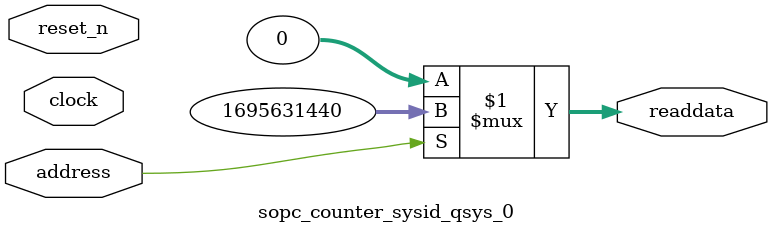
<source format=v>



// synthesis translate_off
`timescale 1ns / 1ps
// synthesis translate_on

// turn off superfluous verilog processor warnings 
// altera message_level Level1 
// altera message_off 10034 10035 10036 10037 10230 10240 10030 

module sopc_counter_sysid_qsys_0 (
               // inputs:
                address,
                clock,
                reset_n,

               // outputs:
                readdata
             )
;

  output  [ 31: 0] readdata;
  input            address;
  input            clock;
  input            reset_n;

  wire    [ 31: 0] readdata;
  //control_slave, which is an e_avalon_slave
  assign readdata = address ? 1695631440 : 0;

endmodule



</source>
